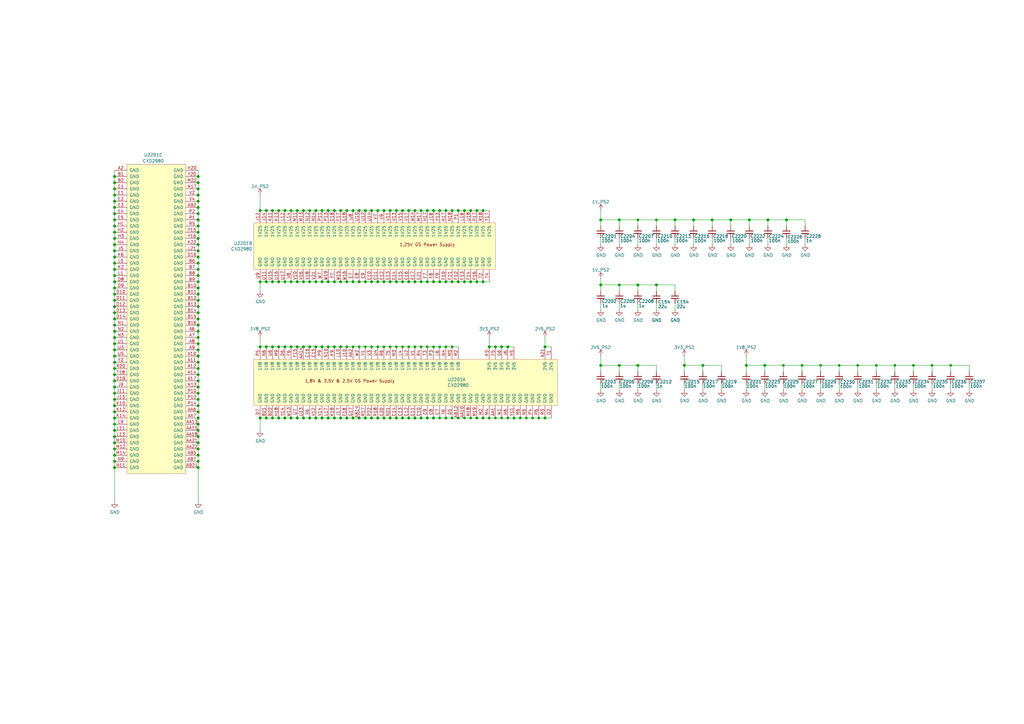
<source format=kicad_sch>
(kicad_sch (version 20230121) (generator eeschema)
  (paper "A3")
  (title_block (title "PS2 Graphics Synthesizer Power") (rev "0.3") (comment 5 "-a project by Tschicki"))
  (junction (at 185.42 142.24))
  (junction (at 121.92 86.36) (diameter 1.016))
  (junction (at 149.86 142.24))
  (junction (at 119.38 171.45) (diameter 1.016))
  (junction (at 46.99 95.25) (diameter 1.016))
  (junction (at 200.66 142.24) (diameter 1.016))
  (junction (at 198.12 86.36) (diameter 1.016))
  (junction (at 81.28 110.49) (diameter 1.016))
  (junction (at 81.28 184.15) (diameter 1.016))
  (junction (at 81.28 143.51) (diameter 1.016))
  (junction (at 46.99 161.29) (diameter 1.016))
  (junction (at 172.72 86.36) (diameter 1.016))
  (junction (at 157.48 142.24))
  (junction (at 336.55 149.86))
  (junction (at 210.82 171.45))
  (junction (at 109.22 86.36) (diameter 1.016))
  (junction (at 114.3 115.57) (diameter 1.016))
  (junction (at 81.28 80.01) (diameter 1.016))
  (junction (at 162.56 142.24))
  (junction (at 170.18 86.36) (diameter 1.016))
  (junction (at 46.99 184.15) (diameter 1.016))
  (junction (at 46.99 74.93) (diameter 1.016))
  (junction (at 175.26 115.57) (diameter 1.016))
  (junction (at 81.28 140.97) (diameter 1.016))
  (junction (at 149.86 86.36) (diameter 1.016))
  (junction (at 246.38 116.84) (diameter 1.016))
  (junction (at 147.32 171.45) (diameter 1.016))
  (junction (at 46.99 72.39) (diameter 1.016))
  (junction (at 81.28 173.99) (diameter 1.016))
  (junction (at 162.56 171.45) (diameter 1.016))
  (junction (at 170.18 142.24))
  (junction (at 129.54 115.57) (diameter 1.016))
  (junction (at 147.32 142.24))
  (junction (at 223.52 142.24) (diameter 1.016))
  (junction (at 190.5 115.57) (diameter 1.016))
  (junction (at 147.32 115.57) (diameter 1.016))
  (junction (at 220.98 171.45))
  (junction (at 306.07 149.86) (diameter 1.016))
  (junction (at 177.8 142.24))
  (junction (at 144.78 86.36) (diameter 1.016))
  (junction (at 160.02 115.57) (diameter 1.016))
  (junction (at 81.28 148.59) (diameter 1.016))
  (junction (at 344.17 149.86))
  (junction (at 193.04 171.45))
  (junction (at 81.28 95.25) (diameter 1.016))
  (junction (at 132.08 142.24) (diameter 1.016))
  (junction (at 165.1 86.36) (diameter 1.016))
  (junction (at 81.28 186.69) (diameter 1.016))
  (junction (at 142.24 171.45) (diameter 1.016))
  (junction (at 81.28 138.43) (diameter 1.016))
  (junction (at 269.24 116.84) (diameter 1.016))
  (junction (at 127 171.45) (diameter 1.016))
  (junction (at 185.42 171.45))
  (junction (at 121.92 115.57) (diameter 1.016))
  (junction (at 111.76 171.45) (diameter 1.016))
  (junction (at 81.28 176.53) (diameter 1.016))
  (junction (at 46.99 77.47) (diameter 1.016))
  (junction (at 81.28 120.65) (diameter 1.016))
  (junction (at 81.28 163.83) (diameter 1.016))
  (junction (at 154.94 142.24))
  (junction (at 124.46 171.45) (diameter 1.016))
  (junction (at 382.27 149.86))
  (junction (at 167.64 171.45) (diameter 1.016))
  (junction (at 46.99 118.11) (diameter 1.016))
  (junction (at 81.28 179.07) (diameter 1.016))
  (junction (at 193.04 115.57) (diameter 1.016))
  (junction (at 170.18 115.57) (diameter 1.016))
  (junction (at 203.2 142.24) (diameter 1.016))
  (junction (at 307.34 90.17) (diameter 1.016))
  (junction (at 165.1 171.45) (diameter 1.016))
  (junction (at 165.1 142.24))
  (junction (at 111.76 142.24) (diameter 1.016))
  (junction (at 124.46 115.57) (diameter 1.016))
  (junction (at 111.76 115.57) (diameter 1.016))
  (junction (at 46.99 168.91) (diameter 1.016))
  (junction (at 46.99 186.69) (diameter 1.016))
  (junction (at 180.34 115.57) (diameter 1.016))
  (junction (at 389.89 149.86))
  (junction (at 167.64 142.24))
  (junction (at 132.08 86.36) (diameter 1.016))
  (junction (at 81.28 77.47) (diameter 1.016))
  (junction (at 177.8 171.45) (diameter 1.016))
  (junction (at 81.28 133.35) (diameter 1.016))
  (junction (at 137.16 171.45) (diameter 1.016))
  (junction (at 81.28 102.87) (diameter 1.016))
  (junction (at 46.99 97.79) (diameter 1.016))
  (junction (at 116.84 142.24) (diameter 1.016))
  (junction (at 160.02 171.45) (diameter 1.016))
  (junction (at 81.28 153.67) (diameter 1.016))
  (junction (at 46.99 130.81) (diameter 1.016))
  (junction (at 106.68 115.57) (diameter 1.016))
  (junction (at 175.26 142.24))
  (junction (at 46.99 151.13) (diameter 1.016))
  (junction (at 46.99 128.27) (diameter 1.016))
  (junction (at 81.28 158.75) (diameter 1.016))
  (junction (at 81.28 92.71) (diameter 1.016))
  (junction (at 127 142.24) (diameter 1.016))
  (junction (at 160.02 86.36) (diameter 1.016))
  (junction (at 200.66 171.45))
  (junction (at 182.88 142.24))
  (junction (at 134.62 171.45) (diameter 1.016))
  (junction (at 121.92 142.24) (diameter 1.016))
  (junction (at 139.7 115.57) (diameter 1.016))
  (junction (at 182.88 86.36) (diameter 1.016))
  (junction (at 106.68 86.36) (diameter 1.016))
  (junction (at 205.74 142.24) (diameter 1.016))
  (junction (at 175.26 171.45) (diameter 1.016))
  (junction (at 46.99 158.75) (diameter 1.016))
  (junction (at 246.38 149.86) (diameter 1.016))
  (junction (at 124.46 142.24) (diameter 1.016))
  (junction (at 261.62 149.86) (diameter 1.016))
  (junction (at 46.99 148.59) (diameter 1.016))
  (junction (at 167.64 115.57) (diameter 1.016))
  (junction (at 81.28 166.37) (diameter 1.016))
  (junction (at 185.42 115.57) (diameter 1.016))
  (junction (at 106.68 171.45) (diameter 1.016))
  (junction (at 254 149.86) (diameter 1.016))
  (junction (at 198.12 115.57) (diameter 1.016))
  (junction (at 190.5 171.45))
  (junction (at 172.72 115.57) (diameter 1.016))
  (junction (at 137.16 86.36) (diameter 1.016))
  (junction (at 144.78 171.45) (diameter 1.016))
  (junction (at 367.03 149.86))
  (junction (at 81.28 100.33) (diameter 1.016))
  (junction (at 81.28 125.73) (diameter 1.016))
  (junction (at 121.92 171.45) (diameter 1.016))
  (junction (at 46.99 100.33) (diameter 1.016))
  (junction (at 152.4 142.24))
  (junction (at 195.58 115.57) (diameter 1.016))
  (junction (at 129.54 142.24) (diameter 1.016))
  (junction (at 254 116.84) (diameter 1.016))
  (junction (at 299.72 90.17) (diameter 1.016))
  (junction (at 119.38 115.57) (diameter 1.016))
  (junction (at 132.08 171.45) (diameter 1.016))
  (junction (at 149.86 171.45) (diameter 1.016))
  (junction (at 46.99 146.05) (diameter 1.016))
  (junction (at 46.99 105.41) (diameter 1.016))
  (junction (at 116.84 86.36) (diameter 1.016))
  (junction (at 81.28 128.27) (diameter 1.016))
  (junction (at 109.22 171.45) (diameter 1.016))
  (junction (at 81.28 87.63) (diameter 1.016))
  (junction (at 292.1 90.17) (diameter 1.016))
  (junction (at 116.84 171.45) (diameter 1.016))
  (junction (at 81.28 171.45) (diameter 1.016))
  (junction (at 162.56 115.57) (diameter 1.016))
  (junction (at 142.24 115.57) (diameter 1.016))
  (junction (at 322.58 90.17) (diameter 1.016))
  (junction (at 167.64 86.36) (diameter 1.016))
  (junction (at 119.38 86.36) (diameter 1.016))
  (junction (at 46.99 191.77) (diameter 1.016))
  (junction (at 81.28 74.93) (diameter 1.016))
  (junction (at 46.99 173.99) (diameter 1.016))
  (junction (at 288.29 149.86) (diameter 1.016))
  (junction (at 205.74 171.45))
  (junction (at 160.02 142.24))
  (junction (at 46.99 166.37) (diameter 1.016))
  (junction (at 175.26 86.36) (diameter 1.016))
  (junction (at 111.76 86.36) (diameter 1.016))
  (junction (at 46.99 90.17) (diameter 1.016))
  (junction (at 208.28 171.45))
  (junction (at 46.99 107.95) (diameter 1.016))
  (junction (at 177.8 86.36) (diameter 1.016))
  (junction (at 180.34 142.24))
  (junction (at 195.58 171.45))
  (junction (at 276.86 90.17) (diameter 1.016))
  (junction (at 185.42 86.36) (diameter 1.016))
  (junction (at 208.28 142.24) (diameter 1.016))
  (junction (at 328.93 149.86))
  (junction (at 81.28 191.77) (diameter 1.016))
  (junction (at 172.72 142.24))
  (junction (at 114.3 171.45) (diameter 1.016))
  (junction (at 172.72 171.45) (diameter 1.016))
  (junction (at 190.5 86.36) (diameter 1.016))
  (junction (at 46.99 125.73) (diameter 1.016))
  (junction (at 109.22 115.57) (diameter 1.016))
  (junction (at 139.7 142.24) (diameter 1.016))
  (junction (at 119.38 142.24) (diameter 1.016))
  (junction (at 193.04 86.36) (diameter 1.016))
  (junction (at 81.28 130.81) (diameter 1.016))
  (junction (at 269.24 90.17))
  (junction (at 223.52 171.45))
  (junction (at 137.16 115.57) (diameter 1.016))
  (junction (at 129.54 86.36) (diameter 1.016))
  (junction (at 187.96 171.45))
  (junction (at 81.28 156.21) (diameter 1.016))
  (junction (at 152.4 115.57) (diameter 1.016))
  (junction (at 46.99 176.53) (diameter 1.016))
  (junction (at 81.28 161.29) (diameter 1.016))
  (junction (at 134.62 86.36) (diameter 1.016))
  (junction (at 46.99 110.49) (diameter 1.016))
  (junction (at 203.2 171.45))
  (junction (at 129.54 171.45) (diameter 1.016))
  (junction (at 359.41 149.86))
  (junction (at 81.28 72.39) (diameter 1.016))
  (junction (at 46.99 135.89) (diameter 1.016))
  (junction (at 81.28 151.13) (diameter 1.016))
  (junction (at 81.28 189.23) (diameter 1.016))
  (junction (at 144.78 142.24))
  (junction (at 134.62 115.57) (diameter 1.016))
  (junction (at 81.28 135.89) (diameter 1.016))
  (junction (at 81.28 107.95) (diameter 1.016))
  (junction (at 81.28 168.91) (diameter 1.016))
  (junction (at 321.31 149.86))
  (junction (at 132.08 115.57) (diameter 1.016))
  (junction (at 46.99 138.43) (diameter 1.016))
  (junction (at 46.99 179.07) (diameter 1.016))
  (junction (at 46.99 87.63) (diameter 1.016))
  (junction (at 218.44 171.45))
  (junction (at 46.99 120.65) (diameter 1.016))
  (junction (at 246.38 90.17) (diameter 1.016))
  (junction (at 139.7 86.36) (diameter 1.016))
  (junction (at 127 86.36) (diameter 1.016))
  (junction (at 46.99 85.09) (diameter 1.016))
  (junction (at 313.69 149.86) (diameter 1.016))
  (junction (at 261.62 90.17))
  (junction (at 314.96 90.17) (diameter 1.016))
  (junction (at 149.86 115.57) (diameter 1.016))
  (junction (at 374.65 149.86))
  (junction (at 154.94 115.57) (diameter 1.016))
  (junction (at 182.88 115.57) (diameter 1.016))
  (junction (at 147.32 86.36) (diameter 1.016))
  (junction (at 46.99 82.55) (diameter 1.016))
  (junction (at 46.99 171.45) (diameter 1.016))
  (junction (at 195.58 86.36) (diameter 1.016))
  (junction (at 46.99 102.87) (diameter 1.016))
  (junction (at 154.94 86.36) (diameter 1.016))
  (junction (at 46.99 115.57) (diameter 1.016))
  (junction (at 137.16 142.24) (diameter 1.016))
  (junction (at 139.7 171.45) (diameter 1.016))
  (junction (at 284.48 90.17) (diameter 1.016))
  (junction (at 106.68 142.24) (diameter 1.016))
  (junction (at 170.18 171.45) (diameter 1.016))
  (junction (at 116.84 115.57) (diameter 1.016))
  (junction (at 46.99 163.83) (diameter 1.016))
  (junction (at 180.34 86.36) (diameter 1.016))
  (junction (at 81.28 90.17) (diameter 1.016))
  (junction (at 109.22 142.24) (diameter 1.016))
  (junction (at 165.1 115.57) (diameter 1.016))
  (junction (at 46.99 181.61) (diameter 1.016))
  (junction (at 46.99 133.35) (diameter 1.016))
  (junction (at 46.99 123.19) (diameter 1.016))
  (junction (at 46.99 113.03) (diameter 1.016))
  (junction (at 81.28 123.19) (diameter 1.016))
  (junction (at 81.28 146.05) (diameter 1.016))
  (junction (at 180.34 171.45))
  (junction (at 152.4 171.45) (diameter 1.016))
  (junction (at 280.67 149.86) (diameter 1.016))
  (junction (at 46.99 153.67) (diameter 1.016))
  (junction (at 154.94 171.45) (diameter 1.016))
  (junction (at 142.24 142.24))
  (junction (at 261.62 116.84) (diameter 1.016))
  (junction (at 127 115.57) (diameter 1.016))
  (junction (at 114.3 142.24) (diameter 1.016))
  (junction (at 81.28 85.09) (diameter 1.016))
  (junction (at 157.48 171.45) (diameter 1.016))
  (junction (at 81.28 97.79) (diameter 1.016))
  (junction (at 187.96 86.36) (diameter 1.016))
  (junction (at 134.62 142.24) (diameter 1.016))
  (junction (at 187.96 115.57) (diameter 1.016))
  (junction (at 81.28 113.03) (diameter 1.016))
  (junction (at 46.99 140.97) (diameter 1.016))
  (junction (at 81.28 118.11) (diameter 1.016))
  (junction (at 152.4 86.36) (diameter 1.016))
  (junction (at 215.9 171.45))
  (junction (at 81.28 181.61) (diameter 1.016))
  (junction (at 351.79 149.86))
  (junction (at 46.99 143.51) (diameter 1.016))
  (junction (at 157.48 115.57) (diameter 1.016))
  (junction (at 46.99 189.23) (diameter 1.016))
  (junction (at 114.3 86.36) (diameter 1.016))
  (junction (at 81.28 105.41) (diameter 1.016))
  (junction (at 198.12 171.45))
  (junction (at 254 90.17) (diameter 1.016))
  (junction (at 124.46 86.36) (diameter 1.016))
  (junction (at 144.78 115.57) (diameter 1.016))
  (junction (at 157.48 86.36) (diameter 1.016))
  (junction (at 142.24 86.36) (diameter 1.016))
  (junction (at 213.36 171.45))
  (junction (at 162.56 86.36) (diameter 1.016))
  (junction (at 46.99 92.71) (diameter 1.016))
  (junction (at 81.28 82.55) (diameter 1.016))
  (junction (at 46.99 80.01) (diameter 1.016))
  (junction (at 81.28 115.57) (diameter 1.016))
  (junction (at 46.99 156.21) (diameter 1.016))
  (junction (at 177.8 115.57) (diameter 1.016))
  (junction (at 182.88 171.45))
  (wire (pts (xy 46.99 191.77) (xy 46.99 205.74)))
  (wire (pts (xy 114.3 86.36) (xy 116.84 86.36)))
  (wire (pts (xy 321.31 157.48) (xy 321.31 160.02)))
  (wire (pts (xy 81.28 87.63) (xy 81.28 90.17)))
  (wire (pts (xy 106.68 115.57) (xy 109.22 115.57)))
  (wire (pts (xy 314.96 90.17) (xy 314.96 92.71)))
  (wire (pts (xy 81.28 97.79) (xy 81.28 100.33)))
  (wire (pts (xy 139.7 86.36) (xy 142.24 86.36)))
  (wire (pts (xy 205.74 171.45) (xy 208.28 171.45)))
  (wire (pts (xy 139.7 171.45) (xy 142.24 171.45)))
  (wire (pts (xy 280.67 157.48) (xy 280.67 160.02)))
  (wire (pts (xy 46.99 113.03) (xy 46.99 115.57)))
  (wire (pts (xy 46.99 95.25) (xy 46.99 97.79)))
  (wire (pts (xy 121.92 142.24) (xy 124.46 142.24)))
  (wire (pts (xy 246.38 146.05) (xy 246.38 149.86)))
  (wire (pts (xy 160.02 171.45) (xy 162.56 171.45)))
  (wire (pts (xy 254 124.46) (xy 254 127)))
  (wire (pts (xy 81.28 189.23) (xy 81.28 191.77)))
  (wire (pts (xy 119.38 171.45) (xy 121.92 171.45)))
  (wire (pts (xy 149.86 142.24) (xy 152.4 142.24)))
  (wire (pts (xy 81.28 191.77) (xy 81.28 205.74)))
  (wire (pts (xy 276.86 116.84) (xy 276.86 119.38)))
  (wire (pts (xy 261.62 97.79) (xy 261.62 100.33)))
  (wire (pts (xy 167.64 115.57) (xy 170.18 115.57)))
  (wire (pts (xy 288.29 157.48) (xy 288.29 160.02)))
  (wire (pts (xy 46.99 87.63) (xy 46.99 90.17)))
  (wire (pts (xy 46.99 82.55) (xy 46.99 85.09)))
  (wire (pts (xy 114.3 171.45) (xy 116.84 171.45)))
  (wire (pts (xy 170.18 142.24) (xy 172.72 142.24)))
  (wire (pts (xy 306.07 149.86) (xy 313.69 149.86)))
  (wire (pts (xy 127 171.45) (xy 129.54 171.45)))
  (wire (pts (xy 121.92 86.36) (xy 124.46 86.36)))
  (wire (pts (xy 81.28 171.45) (xy 81.28 173.99)))
  (wire (pts (xy 81.28 151.13) (xy 81.28 153.67)))
  (wire (pts (xy 261.62 124.46) (xy 261.62 127)))
  (wire (pts (xy 200.66 142.24) (xy 203.2 142.24)))
  (wire (pts (xy 182.88 115.57) (xy 185.42 115.57)))
  (wire (pts (xy 157.48 86.36) (xy 160.02 86.36)))
  (wire (pts (xy 292.1 90.17) (xy 299.72 90.17)))
  (wire (pts (xy 116.84 86.36) (xy 119.38 86.36)))
  (wire (pts (xy 121.92 171.45) (xy 124.46 171.45)))
  (wire (pts (xy 154.94 86.36) (xy 157.48 86.36)))
  (wire (pts (xy 134.62 86.36) (xy 137.16 86.36)))
  (wire (pts (xy 46.99 146.05) (xy 46.99 148.59)))
  (wire (pts (xy 129.54 142.24) (xy 132.08 142.24)))
  (wire (pts (xy 190.5 171.45) (xy 193.04 171.45)))
  (wire (pts (xy 137.16 86.36) (xy 139.7 86.36)))
  (wire (pts (xy 119.38 142.24) (xy 121.92 142.24)))
  (wire (pts (xy 46.99 130.81) (xy 46.99 133.35)))
  (wire (pts (xy 246.38 92.71) (xy 246.38 90.17)))
  (wire (pts (xy 152.4 171.45) (xy 154.94 171.45)))
  (wire (pts (xy 152.4 86.36) (xy 154.94 86.36)))
  (wire (pts (xy 144.78 171.45) (xy 147.32 171.45)))
  (wire (pts (xy 193.04 171.45) (xy 195.58 171.45)))
  (wire (pts (xy 46.99 72.39) (xy 46.99 74.93)))
  (wire (pts (xy 276.86 90.17) (xy 284.48 90.17)))
  (wire (pts (xy 137.16 171.45) (xy 139.7 171.45)))
  (wire (pts (xy 172.72 86.36) (xy 175.26 86.36)))
  (wire (pts (xy 344.17 149.86) (xy 336.55 149.86)))
  (wire (pts (xy 81.28 110.49) (xy 81.28 113.03)))
  (wire (pts (xy 246.38 119.38) (xy 246.38 116.84)))
  (wire (pts (xy 81.28 173.99) (xy 81.28 176.53)))
  (wire (pts (xy 180.34 86.36) (xy 182.88 86.36)))
  (wire (pts (xy 213.36 171.45) (xy 215.9 171.45)))
  (wire (pts (xy 269.24 149.86) (xy 269.24 152.4)))
  (wire (pts (xy 295.91 149.86) (xy 295.91 152.4)))
  (wire (pts (xy 46.99 189.23) (xy 46.99 191.77)))
  (wire (pts (xy 382.27 157.48) (xy 382.27 160.02)))
  (wire (pts (xy 46.99 156.21) (xy 46.99 158.75)))
  (wire (pts (xy 306.07 146.05) (xy 306.07 149.86)))
  (wire (pts (xy 111.76 142.24) (xy 114.3 142.24)))
  (wire (pts (xy 81.28 130.81) (xy 81.28 133.35)))
  (wire (pts (xy 46.99 135.89) (xy 46.99 138.43)))
  (wire (pts (xy 330.2 90.17) (xy 330.2 92.71)))
  (wire (pts (xy 116.84 171.45) (xy 119.38 171.45)))
  (wire (pts (xy 280.67 149.86) (xy 288.29 149.86)))
  (wire (pts (xy 124.46 86.36) (xy 127 86.36)))
  (wire (pts (xy 46.99 168.91) (xy 46.99 171.45)))
  (wire (pts (xy 205.74 142.24) (xy 208.28 142.24)))
  (wire (pts (xy 246.38 124.46) (xy 246.38 127)))
  (wire (pts (xy 261.62 116.84) (xy 269.24 116.84)))
  (wire (pts (xy 187.96 86.36) (xy 190.5 86.36)))
  (wire (pts (xy 185.42 142.24) (xy 187.96 142.24)))
  (wire (pts (xy 261.62 116.84) (xy 261.62 119.38)))
  (wire (pts (xy 182.88 86.36) (xy 185.42 86.36)))
  (wire (pts (xy 154.94 171.45) (xy 157.48 171.45)))
  (wire (pts (xy 157.48 142.24) (xy 160.02 142.24)))
  (wire (pts (xy 46.99 173.99) (xy 46.99 176.53)))
  (wire (pts (xy 397.51 149.86) (xy 397.51 152.4)))
  (wire (pts (xy 81.28 105.41) (xy 81.28 107.95)))
  (wire (pts (xy 81.28 100.33) (xy 81.28 102.87)))
  (wire (pts (xy 106.68 142.24) (xy 109.22 142.24)))
  (wire (pts (xy 280.67 152.4) (xy 280.67 149.86)))
  (wire (pts (xy 276.86 90.17) (xy 276.86 92.71)))
  (wire (pts (xy 382.27 149.86) (xy 389.89 149.86)))
  (wire (pts (xy 374.65 149.86) (xy 374.65 152.4)))
  (wire (pts (xy 261.62 157.48) (xy 261.62 160.02)))
  (wire (pts (xy 132.08 115.57) (xy 134.62 115.57)))
  (wire (pts (xy 295.91 157.48) (xy 295.91 160.02)))
  (wire (pts (xy 223.52 138.43) (xy 223.52 142.24)))
  (wire (pts (xy 321.31 149.86) (xy 321.31 152.4)))
  (wire (pts (xy 132.08 142.24) (xy 134.62 142.24)))
  (wire (pts (xy 106.68 115.57) (xy 106.68 119.38)))
  (wire (pts (xy 200.66 138.43) (xy 200.66 142.24)))
  (wire (pts (xy 160.02 115.57) (xy 162.56 115.57)))
  (wire (pts (xy 359.41 149.86) (xy 359.41 152.4)))
  (wire (pts (xy 46.99 123.19) (xy 46.99 125.73)))
  (wire (pts (xy 127 115.57) (xy 129.54 115.57)))
  (wire (pts (xy 147.32 86.36) (xy 149.86 86.36)))
  (wire (pts (xy 269.24 116.84) (xy 276.86 116.84)))
  (wire (pts (xy 81.28 153.67) (xy 81.28 156.21)))
  (wire (pts (xy 129.54 171.45) (xy 132.08 171.45)))
  (wire (pts (xy 314.96 97.79) (xy 314.96 100.33)))
  (wire (pts (xy 154.94 142.24) (xy 157.48 142.24)))
  (wire (pts (xy 246.38 116.84) (xy 254 116.84)))
  (wire (pts (xy 81.28 140.97) (xy 81.28 143.51)))
  (wire (pts (xy 162.56 115.57) (xy 165.1 115.57)))
  (wire (pts (xy 177.8 115.57) (xy 180.34 115.57)))
  (wire (pts (xy 397.51 157.48) (xy 397.51 160.02)))
  (wire (pts (xy 81.28 123.19) (xy 81.28 125.73)))
  (wire (pts (xy 322.58 90.17) (xy 322.58 92.71)))
  (wire (pts (xy 175.26 171.45) (xy 177.8 171.45)))
  (wire (pts (xy 46.99 186.69) (xy 46.99 189.23)))
  (wire (pts (xy 313.69 157.48) (xy 313.69 160.02)))
  (wire (pts (xy 246.38 90.17) (xy 254 90.17)))
  (wire (pts (xy 292.1 90.17) (xy 292.1 92.71)))
  (wire (pts (xy 149.86 86.36) (xy 152.4 86.36)))
  (wire (pts (xy 46.99 80.01) (xy 46.99 82.55)))
  (wire (pts (xy 116.84 115.57) (xy 119.38 115.57)))
  (wire (pts (xy 81.28 166.37) (xy 81.28 168.91)))
  (wire (pts (xy 203.2 171.45) (xy 205.74 171.45)))
  (wire (pts (xy 195.58 171.45) (xy 198.12 171.45)))
  (wire (pts (xy 344.17 152.4) (xy 344.17 149.86)))
  (wire (pts (xy 81.28 133.35) (xy 81.28 135.89)))
  (wire (pts (xy 190.5 86.36) (xy 193.04 86.36)))
  (wire (pts (xy 142.24 171.45) (xy 144.78 171.45)))
  (wire (pts (xy 254 116.84) (xy 254 119.38)))
  (wire (pts (xy 254 149.86) (xy 261.62 149.86)))
  (wire (pts (xy 106.68 171.45) (xy 109.22 171.45)))
  (wire (pts (xy 81.28 181.61) (xy 81.28 184.15)))
  (wire (pts (xy 152.4 142.24) (xy 154.94 142.24)))
  (wire (pts (xy 116.84 142.24) (xy 119.38 142.24)))
  (wire (pts (xy 185.42 86.36) (xy 187.96 86.36)))
  (wire (pts (xy 322.58 90.17) (xy 330.2 90.17)))
  (wire (pts (xy 81.28 176.53) (xy 81.28 179.07)))
  (wire (pts (xy 157.48 171.45) (xy 160.02 171.45)))
  (wire (pts (xy 313.69 149.86) (xy 321.31 149.86)))
  (wire (pts (xy 280.67 146.05) (xy 280.67 149.86)))
  (wire (pts (xy 187.96 171.45) (xy 190.5 171.45)))
  (wire (pts (xy 46.99 181.61) (xy 46.99 184.15)))
  (wire (pts (xy 142.24 142.24) (xy 144.78 142.24)))
  (wire (pts (xy 81.28 107.95) (xy 81.28 110.49)))
  (wire (pts (xy 328.93 157.48) (xy 328.93 160.02)))
  (wire (pts (xy 137.16 142.24) (xy 139.7 142.24)))
  (wire (pts (xy 109.22 115.57) (xy 111.76 115.57)))
  (wire (pts (xy 254 90.17) (xy 254 92.71)))
  (wire (pts (xy 367.03 157.48) (xy 367.03 160.02)))
  (wire (pts (xy 210.82 171.45) (xy 213.36 171.45)))
  (wire (pts (xy 208.28 171.45) (xy 210.82 171.45)))
  (wire (pts (xy 313.69 149.86) (xy 313.69 152.4)))
  (wire (pts (xy 46.99 97.79) (xy 46.99 100.33)))
  (wire (pts (xy 261.62 90.17) (xy 261.62 92.71)))
  (wire (pts (xy 172.72 115.57) (xy 175.26 115.57)))
  (wire (pts (xy 367.03 149.86) (xy 374.65 149.86)))
  (wire (pts (xy 175.26 142.24) (xy 177.8 142.24)))
  (wire (pts (xy 170.18 115.57) (xy 172.72 115.57)))
  (wire (pts (xy 336.55 149.86) (xy 336.55 152.4)))
  (wire (pts (xy 336.55 157.48) (xy 336.55 160.02)))
  (wire (pts (xy 185.42 171.45) (xy 187.96 171.45)))
  (wire (pts (xy 306.07 157.48) (xy 306.07 160.02)))
  (wire (pts (xy 46.99 179.07) (xy 46.99 181.61)))
  (wire (pts (xy 374.65 149.86) (xy 382.27 149.86)))
  (wire (pts (xy 288.29 149.86) (xy 288.29 152.4)))
  (wire (pts (xy 269.24 90.17) (xy 269.24 92.71)))
  (wire (pts (xy 114.3 115.57) (xy 116.84 115.57)))
  (wire (pts (xy 81.28 113.03) (xy 81.28 115.57)))
  (wire (pts (xy 81.28 74.93) (xy 81.28 77.47)))
  (wire (pts (xy 165.1 171.45) (xy 167.64 171.45)))
  (wire (pts (xy 198.12 86.36) (xy 200.66 86.36)))
  (wire (pts (xy 46.99 176.53) (xy 46.99 179.07)))
  (wire (pts (xy 160.02 86.36) (xy 162.56 86.36)))
  (wire (pts (xy 134.62 142.24) (xy 137.16 142.24)))
  (wire (pts (xy 299.72 97.79) (xy 299.72 100.33)))
  (wire (pts (xy 124.46 115.57) (xy 127 115.57)))
  (wire (pts (xy 254 157.48) (xy 254 160.02)))
  (wire (pts (xy 46.99 171.45) (xy 46.99 173.99)))
  (wire (pts (xy 215.9 171.45) (xy 218.44 171.45)))
  (wire (pts (xy 46.99 151.13) (xy 46.99 153.67)))
  (wire (pts (xy 46.99 90.17) (xy 46.99 92.71)))
  (wire (pts (xy 152.4 115.57) (xy 154.94 115.57)))
  (wire (pts (xy 46.99 120.65) (xy 46.99 123.19)))
  (wire (pts (xy 254 97.79) (xy 254 100.33)))
  (wire (pts (xy 367.03 149.86) (xy 367.03 152.4)))
  (wire (pts (xy 175.26 86.36) (xy 177.8 86.36)))
  (wire (pts (xy 127 142.24) (xy 129.54 142.24)))
  (wire (pts (xy 195.58 115.57) (xy 198.12 115.57)))
  (wire (pts (xy 109.22 171.45) (xy 111.76 171.45)))
  (wire (pts (xy 172.72 142.24) (xy 175.26 142.24)))
  (wire (pts (xy 185.42 115.57) (xy 187.96 115.57)))
  (wire (pts (xy 124.46 142.24) (xy 127 142.24)))
  (wire (pts (xy 180.34 171.45) (xy 182.88 171.45)))
  (wire (pts (xy 328.93 149.86) (xy 321.31 149.86)))
  (wire (pts (xy 81.28 163.83) (xy 81.28 166.37)))
  (wire (pts (xy 46.99 102.87) (xy 46.99 105.41)))
  (wire (pts (xy 284.48 97.79) (xy 284.48 100.33)))
  (wire (pts (xy 46.99 77.47) (xy 46.99 80.01)))
  (wire (pts (xy 46.99 92.71) (xy 46.99 95.25)))
  (wire (pts (xy 134.62 171.45) (xy 137.16 171.45)))
  (wire (pts (xy 109.22 86.36) (xy 111.76 86.36)))
  (wire (pts (xy 246.38 149.86) (xy 254 149.86)))
  (wire (pts (xy 81.28 179.07) (xy 81.28 181.61)))
  (wire (pts (xy 81.28 125.73) (xy 81.28 128.27)))
  (wire (pts (xy 81.28 148.59) (xy 81.28 151.13)))
  (wire (pts (xy 46.99 148.59) (xy 46.99 151.13)))
  (wire (pts (xy 81.28 72.39) (xy 81.28 74.93)))
  (wire (pts (xy 198.12 115.57) (xy 200.66 115.57)))
  (wire (pts (xy 195.58 86.36) (xy 198.12 86.36)))
  (wire (pts (xy 359.41 149.86) (xy 367.03 149.86)))
  (wire (pts (xy 81.28 118.11) (xy 81.28 120.65)))
  (wire (pts (xy 81.28 186.69) (xy 81.28 189.23)))
  (wire (pts (xy 81.28 158.75) (xy 81.28 161.29)))
  (wire (pts (xy 81.28 168.91) (xy 81.28 171.45)))
  (wire (pts (xy 109.22 142.24) (xy 111.76 142.24)))
  (wire (pts (xy 46.99 105.41) (xy 46.99 107.95)))
  (wire (pts (xy 162.56 86.36) (xy 165.1 86.36)))
  (wire (pts (xy 193.04 115.57) (xy 195.58 115.57)))
  (wire (pts (xy 157.48 115.57) (xy 160.02 115.57)))
  (wire (pts (xy 177.8 171.45) (xy 180.34 171.45)))
  (wire (pts (xy 180.34 115.57) (xy 182.88 115.57)))
  (wire (pts (xy 160.02 142.24) (xy 162.56 142.24)))
  (wire (pts (xy 269.24 124.46) (xy 269.24 127)))
  (wire (pts (xy 147.32 171.45) (xy 149.86 171.45)))
  (wire (pts (xy 269.24 90.17) (xy 276.86 90.17)))
  (wire (pts (xy 81.28 128.27) (xy 81.28 130.81)))
  (wire (pts (xy 198.12 171.45) (xy 200.66 171.45)))
  (wire (pts (xy 269.24 157.48) (xy 269.24 160.02)))
  (wire (pts (xy 46.99 128.27) (xy 46.99 130.81)))
  (wire (pts (xy 129.54 86.36) (xy 132.08 86.36)))
  (wire (pts (xy 106.68 138.43) (xy 106.68 142.24)))
  (wire (pts (xy 106.68 171.45) (xy 106.68 176.53)))
  (wire (pts (xy 46.99 74.93) (xy 46.99 77.47)))
  (wire (pts (xy 180.34 142.24) (xy 182.88 142.24)))
  (wire (pts (xy 127 86.36) (xy 129.54 86.36)))
  (wire (pts (xy 81.28 69.85) (xy 81.28 72.39)))
  (wire (pts (xy 165.1 142.24) (xy 167.64 142.24)))
  (wire (pts (xy 81.28 138.43) (xy 81.28 140.97)))
  (wire (pts (xy 389.89 157.48) (xy 389.89 160.02)))
  (wire (pts (xy 142.24 86.36) (xy 144.78 86.36)))
  (wire (pts (xy 139.7 142.24) (xy 142.24 142.24)))
  (wire (pts (xy 144.78 86.36) (xy 147.32 86.36)))
  (wire (pts (xy 246.38 114.3) (xy 246.38 116.84)))
  (wire (pts (xy 344.17 149.86) (xy 351.79 149.86)))
  (wire (pts (xy 106.68 80.01) (xy 106.68 86.36)))
  (wire (pts (xy 175.26 115.57) (xy 177.8 115.57)))
  (wire (pts (xy 307.34 90.17) (xy 314.96 90.17)))
  (wire (pts (xy 382.27 149.86) (xy 382.27 152.4)))
  (wire (pts (xy 306.07 152.4) (xy 306.07 149.86)))
  (wire (pts (xy 167.64 86.36) (xy 170.18 86.36)))
  (wire (pts (xy 137.16 115.57) (xy 139.7 115.57)))
  (wire (pts (xy 46.99 153.67) (xy 46.99 156.21)))
  (wire (pts (xy 208.28 142.24) (xy 210.82 142.24)))
  (wire (pts (xy 46.99 69.85) (xy 46.99 72.39)))
  (wire (pts (xy 149.86 115.57) (xy 152.4 115.57)))
  (wire (pts (xy 154.94 115.57) (xy 157.48 115.57)))
  (wire (pts (xy 389.89 149.86) (xy 397.51 149.86)))
  (wire (pts (xy 81.28 161.29) (xy 81.28 163.83)))
  (wire (pts (xy 246.38 97.79) (xy 246.38 100.33)))
  (wire (pts (xy 314.96 90.17) (xy 322.58 90.17)))
  (wire (pts (xy 167.64 171.45) (xy 170.18 171.45)))
  (wire (pts (xy 162.56 171.45) (xy 165.1 171.45)))
  (wire (pts (xy 147.32 142.24) (xy 149.86 142.24)))
  (wire (pts (xy 292.1 97.79) (xy 292.1 100.33)))
  (wire (pts (xy 165.1 115.57) (xy 167.64 115.57)))
  (wire (pts (xy 46.99 100.33) (xy 46.99 102.87)))
  (wire (pts (xy 328.93 149.86) (xy 328.93 152.4)))
  (wire (pts (xy 134.62 115.57) (xy 137.16 115.57)))
  (wire (pts (xy 139.7 115.57) (xy 142.24 115.57)))
  (wire (pts (xy 111.76 86.36) (xy 114.3 86.36)))
  (wire (pts (xy 261.62 149.86) (xy 261.62 152.4)))
  (wire (pts (xy 46.99 140.97) (xy 46.99 143.51)))
  (wire (pts (xy 182.88 171.45) (xy 185.42 171.45)))
  (wire (pts (xy 46.99 85.09) (xy 46.99 87.63)))
  (wire (pts (xy 218.44 171.45) (xy 220.98 171.45)))
  (wire (pts (xy 119.38 86.36) (xy 121.92 86.36)))
  (wire (pts (xy 223.52 171.45) (xy 226.06 171.45)))
  (wire (pts (xy 193.04 86.36) (xy 195.58 86.36)))
  (wire (pts (xy 132.08 171.45) (xy 134.62 171.45)))
  (wire (pts (xy 190.5 115.57) (xy 193.04 115.57)))
  (wire (pts (xy 322.58 97.79) (xy 322.58 100.33)))
  (wire (pts (xy 81.28 82.55) (xy 81.28 85.09)))
  (wire (pts (xy 81.28 156.21) (xy 81.28 158.75)))
  (wire (pts (xy 111.76 171.45) (xy 114.3 171.45)))
  (wire (pts (xy 276.86 124.46) (xy 276.86 127)))
  (wire (pts (xy 46.99 115.57) (xy 46.99 118.11)))
  (wire (pts (xy 81.28 77.47) (xy 81.28 80.01)))
  (wire (pts (xy 254 149.86) (xy 254 152.4)))
  (wire (pts (xy 167.64 142.24) (xy 170.18 142.24)))
  (wire (pts (xy 124.46 171.45) (xy 127 171.45)))
  (wire (pts (xy 203.2 142.24) (xy 205.74 142.24)))
  (wire (pts (xy 142.24 115.57) (xy 144.78 115.57)))
  (wire (pts (xy 81.28 120.65) (xy 81.28 123.19)))
  (wire (pts (xy 162.56 142.24) (xy 165.1 142.24)))
  (wire (pts (xy 170.18 171.45) (xy 172.72 171.45)))
  (wire (pts (xy 114.3 142.24) (xy 116.84 142.24)))
  (wire (pts (xy 81.28 135.89) (xy 81.28 138.43)))
  (wire (pts (xy 269.24 97.79) (xy 269.24 100.33)))
  (wire (pts (xy 46.99 133.35) (xy 46.99 135.89)))
  (wire (pts (xy 46.99 125.73) (xy 46.99 128.27)))
  (wire (pts (xy 269.24 116.84) (xy 269.24 119.38)))
  (wire (pts (xy 389.89 149.86) (xy 389.89 152.4)))
  (wire (pts (xy 246.38 86.36) (xy 246.38 90.17)))
  (wire (pts (xy 81.28 85.09) (xy 81.28 87.63)))
  (wire (pts (xy 81.28 143.51) (xy 81.28 146.05)))
  (wire (pts (xy 374.65 157.48) (xy 374.65 160.02)))
  (wire (pts (xy 254 90.17) (xy 261.62 90.17)))
  (wire (pts (xy 81.28 80.01) (xy 81.28 82.55)))
  (wire (pts (xy 288.29 149.86) (xy 295.91 149.86)))
  (wire (pts (xy 147.32 115.57) (xy 149.86 115.57)))
  (wire (pts (xy 351.79 149.86) (xy 351.79 152.4)))
  (wire (pts (xy 165.1 86.36) (xy 167.64 86.36)))
  (wire (pts (xy 106.68 86.36) (xy 109.22 86.36)))
  (wire (pts (xy 81.28 102.87) (xy 81.28 105.41)))
  (wire (pts (xy 121.92 115.57) (xy 124.46 115.57)))
  (wire (pts (xy 111.76 115.57) (xy 114.3 115.57)))
  (wire (pts (xy 46.99 107.95) (xy 46.99 110.49)))
  (wire (pts (xy 307.34 90.17) (xy 307.34 92.71)))
  (wire (pts (xy 81.28 92.71) (xy 81.28 95.25)))
  (wire (pts (xy 144.78 142.24) (xy 147.32 142.24)))
  (wire (pts (xy 344.17 157.48) (xy 344.17 160.02)))
  (wire (pts (xy 149.86 171.45) (xy 152.4 171.45)))
  (wire (pts (xy 46.99 163.83) (xy 46.99 166.37)))
  (wire (pts (xy 336.55 149.86) (xy 328.93 149.86)))
  (wire (pts (xy 172.72 171.45) (xy 175.26 171.45)))
  (wire (pts (xy 187.96 115.57) (xy 190.5 115.57)))
  (wire (pts (xy 177.8 142.24) (xy 180.34 142.24)))
  (wire (pts (xy 81.28 115.57) (xy 81.28 118.11)))
  (wire (pts (xy 284.48 90.17) (xy 284.48 92.71)))
  (wire (pts (xy 246.38 152.4) (xy 246.38 149.86)))
  (wire (pts (xy 46.99 158.75) (xy 46.99 161.29)))
  (wire (pts (xy 81.28 95.25) (xy 81.28 97.79)))
  (wire (pts (xy 359.41 157.48) (xy 359.41 160.02)))
  (wire (pts (xy 254 116.84) (xy 261.62 116.84)))
  (wire (pts (xy 276.86 97.79) (xy 276.86 100.33)))
  (wire (pts (xy 46.99 184.15) (xy 46.99 186.69)))
  (wire (pts (xy 81.28 184.15) (xy 81.28 186.69)))
  (wire (pts (xy 223.52 142.24) (xy 226.06 142.24)))
  (wire (pts (xy 284.48 90.17) (xy 292.1 90.17)))
  (wire (pts (xy 132.08 86.36) (xy 134.62 86.36)))
  (wire (pts (xy 307.34 97.79) (xy 307.34 100.33)))
  (wire (pts (xy 299.72 90.17) (xy 307.34 90.17)))
  (wire (pts (xy 46.99 138.43) (xy 46.99 140.97)))
  (wire (pts (xy 351.79 149.86) (xy 359.41 149.86)))
  (wire (pts (xy 182.88 142.24) (xy 185.42 142.24)))
  (wire (pts (xy 330.2 97.79) (xy 330.2 100.33)))
  (wire (pts (xy 46.99 110.49) (xy 46.99 113.03)))
  (wire (pts (xy 200.66 171.45) (xy 203.2 171.45)))
  (wire (pts (xy 177.8 86.36) (xy 180.34 86.36)))
  (wire (pts (xy 144.78 115.57) (xy 147.32 115.57)))
  (wire (pts (xy 220.98 171.45) (xy 223.52 171.45)))
  (wire (pts (xy 129.54 115.57) (xy 132.08 115.57)))
  (wire (pts (xy 46.99 161.29) (xy 46.99 163.83)))
  (wire (pts (xy 299.72 90.17) (xy 299.72 92.71)))
  (wire (pts (xy 170.18 86.36) (xy 172.72 86.36)))
  (wire (pts (xy 46.99 143.51) (xy 46.99 146.05)))
  (wire (pts (xy 351.79 157.48) (xy 351.79 160.02)))
  (wire (pts (xy 261.62 90.17) (xy 269.24 90.17)))
  (wire (pts (xy 46.99 166.37) (xy 46.99 168.91)))
  (wire (pts (xy 119.38 115.57) (xy 121.92 115.57)))
  (wire (pts (xy 81.28 146.05) (xy 81.28 148.59)))
  (wire (pts (xy 261.62 149.86) (xy 269.24 149.86)))
  (wire (pts (xy 246.38 157.48) (xy 246.38 160.02)))
  (wire (pts (xy 46.99 118.11) (xy 46.99 120.65)))
  (wire (pts (xy 81.28 90.17) (xy 81.28 92.71)))
  (symbol (lib_id "power:GND") (at 254 160.02 0) (unit 1)
    (property "Reference" "#PWR02217" (effects hide))
    (property "Value" "GND" (at 254.1143 164.3444 0))
  )
  (symbol (lib_id "PS2:2V5") (at 223.52 138.43 0) (unit 1)
    (property "Reference" "#PWR02208" (effects hide))
    (property "Value" "2V5_PS2" (at 223.52 134.874 0))
  )
  (symbol (lib_id "power:GND") (at 313.69 160.02 0) (unit 1)
    (property "Reference" "#PWR02236" (effects hide))
    (property "Value" "GND" (at 313.8043 164.3444 0))
  )
  (symbol (lib_id "power:GND") (at 261.62 160.02 0) (unit 1)
    (property "Reference" "#PWR02220" (effects hide))
    (property "Value" "GND" (at 261.7343 164.3444 0))
  )
  (symbol (lib_id "PS2_Capacitors:C_1u_0603") (at 254 121.92 0) (unit 1)
    (property "Reference" "C2205" (at 254.2922 123.5646 0) (effects (justify left)))
    (property "Value" "1u" (at 254.292 125.355 0) (effects (justify left)))
    (property "Footprint" "PS2:C_0603_1608Metric" (effects hide))
    (property "Datasheet" "https://mm.digikey.com/Volume0/opasdata/d220001/medias/docus/3644/CL10B105KA8NNNC_spec.pdf" (effects hide))
    (property "Part Number" "CL10B105KA8NNNC" (effects hide))
  )
  (symbol (lib_id "power:GND") (at 382.27 160.02 0) (unit 1)
    (property "Reference" "#PWR02248" (effects hide))
    (property "Value" "GND" (at 382.3843 164.3444 0))
  )
  (symbol (lib_id "PS2_Capacitors:C_100n_0402") (at 292.1 95.25 0) (unit 1)
    (property "Reference" "C2218" (at 292.3922 96.8946 0) (effects (justify left)))
    (property "Value" "100n" (at 292.6462 98.6853 0) (effects (justify left)))
    (property "Footprint" "PS2:C_0402_1005Metric" (effects hide))
    (property "Datasheet" "https://www.mouser.at/datasheet/2/447/UPY_NP0X5R_01005_4V_to_25V_V10-3003057.pdf" (effects hide))
    (property "Part Number" "CC0402KRX7R7BB104" (effects hide))
  )
  (symbol (lib_id "power:GND") (at 359.41 160.02 0) (unit 1)
    (property "Reference" "#PWR02245" (effects hide))
    (property "Value" "GND" (at 359.5243 164.3444 0))
  )
  (symbol (lib_id "PS2_Capacitors:C_1u_0603") (at 246.38 121.92 0) (unit 1)
    (property "Reference" "C2202" (at 246.6722 123.5646 0) (effects (justify left)))
    (property "Value" "1u" (at 246.926 125.355 0) (effects (justify left)))
    (property "Footprint" "PS2:C_0603_1608Metric" (effects hide))
    (property "Datasheet" "https://mm.digikey.com/Volume0/opasdata/d220001/medias/docus/3644/CL10B105KA8NNNC_spec.pdf" (effects hide))
    (property "Part Number" "CL10B105KA8NNNC" (effects hide))
  )
  (symbol (lib_id "PS2_Capacitors:C_100n_0402") (at 299.72 95.25 0) (unit 1)
    (property "Reference" "C2220" (at 300.0122 96.8946 0) (effects (justify left)))
    (property "Value" "100n" (at 300.2662 98.6853 0) (effects (justify left)))
    (property "Footprint" "PS2:C_0402_1005Metric" (effects hide))
    (property "Datasheet" "https://www.mouser.at/datasheet/2/447/UPY_NP0X5R_01005_4V_to_25V_V10-3003057.pdf" (effects hide))
    (property "Part Number" "CC0402KRX7R7BB104" (effects hide))
  )
  (symbol (lib_id "power:GND") (at 321.31 160.02 0) (unit 1)
    (property "Reference" "#PWR02238" (effects hide))
    (property "Value" "GND" (at 321.4243 164.3444 0))
  )
  (symbol (lib_id "power:GND") (at 246.38 100.33 0) (unit 1)
    (property "Reference" "#PWR02210" (effects hide))
    (property "Value" "GND" (at 246.4943 104.6544 0))
  )
  (symbol (lib_id "PS2_Capacitors:C_1n_0402") (at 330.2 95.25 0) (unit 1)
    (property "Reference" "C2228" (at 330.4922 96.8946 0) (effects (justify left)))
    (property "Value" "1n" (at 330.492 98.685 0) (effects (justify left)))
    (property "Footprint" "PS2:C_0402_1005Metric" (effects hide))
    (property "Part Number" "CC0402KRX7R9BB102" (effects hide))
  )
  (symbol (lib_id "power:GND") (at 328.93 160.02 0) (unit 1)
    (property "Reference" "#PWR02240" (effects hide))
    (property "Value" "GND" (at 329.0443 164.3444 0))
  )
  (symbol (lib_id "power:GND") (at 280.67 160.02 0) (unit 1)
    (property "Reference" "#PWR02227" (effects hide))
    (property "Value" "GND" (at 280.7843 164.3444 0))
  )
  (symbol (lib_id "power:GND") (at 246.38 127 0) (unit 1)
    (property "Reference" "#PWR02212" (effects hide))
    (property "Value" "GND" (at 246.4943 131.3244 0))
  )
  (symbol (lib_id "PS2_Capacitors:C_100n_0402") (at 359.41 154.94 0) (unit 1)
    (property "Reference" "C2232" (at 359.7022 156.5846 0) (effects (justify left)))
    (property "Value" "100n" (at 359.7022 158.3753 0) (effects (justify left)))
    (property "Footprint" "PS2:C_0402_1005Metric" (effects hide))
    (property "Datasheet" "https://www.mouser.at/datasheet/2/447/UPY_NP0X5R_01005_4V_to_25V_V10-3003057.pdf" (effects hide))
    (property "Part Number" "CC0402KRX7R7BB104" (effects hide))
  )
  (symbol (lib_id "PS2:CXD2980") (at 106.68 91.44 0) (unit 2)
    (property "Reference" "U2201" (at 103.5044 99.8156 0) (effects (justify right)))
    (property "Value" "CXD2980" (at 103.5044 102.1143 0) (effects (justify right)))
    (property "Footprint" "PS2:PS2_CXD2980CGB_23.0x23.0mm_P1.0mm" (effects hide))
    (property "Part Number" "get from PS2 79k/90k" (effects hide))
  )
  (symbol (lib_id "power:GND") (at 292.1 100.33 0) (unit 1)
    (property "Reference" "#PWR02230" (effects hide))
    (property "Value" "GND" (at 292.2143 104.6544 0))
  )
  (symbol (lib_id "PS2_Capacitors:C_100n_0402") (at 321.31 154.94 0) (unit 1)
    (property "Reference" "C2225" (at 321.3482 156.5846 0) (effects (justify left)))
    (property "Value" "100n" (at 321.3482 158.3753 0) (effects (justify left)))
    (property "Footprint" "PS2:C_0402_1005Metric" (effects hide))
    (property "Datasheet" "https://www.mouser.at/datasheet/2/447/UPY_NP0X5R_01005_4V_to_25V_V10-3003057.pdf" (effects hide))
    (property "Part Number" "CC0402KRX7R7BB104" (effects hide))
  )
  (symbol (lib_id "PS2_Capacitors:C_100n_0402") (at 397.51 154.94 0) (unit 1)
    (property "Reference" "C2237" (at 397.8022 156.5846 0) (effects (justify left)))
    (property "Value" "100n" (at 397.8022 158.3753 0) (effects (justify left)))
    (property "Footprint" "PS2:C_0402_1005Metric" (effects hide))
    (property "Datasheet" "https://www.mouser.at/datasheet/2/447/UPY_NP0X5R_01005_4V_to_25V_V10-3003057.pdf" (effects hide))
    (property "Part Number" "CC0402KRX7R7BB104" (effects hide))
  )
  (symbol (lib_id "power:GND") (at 46.99 205.74 0) (unit 1)
    (property "Reference" "#PWR02201" (effects hide))
    (property "Value" "GND" (at 47.1043 210.0644 0))
  )
  (symbol (lib_id "power:GND") (at 276.86 127 0) (unit 1)
    (property "Reference" "#PWR02225" (effects hide))
    (property "Value" "GND" (at 276.9743 131.3244 0))
  )
  (symbol (lib_id "power:GND") (at 276.86 100.33 0) (unit 1)
    (property "Reference" "#PWR02224" (effects hide))
    (property "Value" "GND" (at 276.9743 104.6544 0))
  )
  (symbol (lib_id "PS2_Capacitors:C_100n_0402") (at 322.58 95.25 0) (unit 1)
    (property "Reference" "C2226" (at 322.8722 97.1486 0) (effects (justify left)))
    (property "Value" "100n" (at 322.8722 98.9393 0) (effects (justify left)))
    (property "Footprint" "PS2:C_0402_1005Metric" (effects hide))
    (property "Datasheet" "https://www.mouser.at/datasheet/2/447/UPY_NP0X5R_01005_4V_to_25V_V10-3003057.pdf" (effects hide))
    (property "Part Number" "CC0402KRX7R7BB104" (effects hide))
  )
  (symbol (lib_id "PS2:1V75") (at 106.68 138.43 0) (unit 1)
    (property "Reference" "#PWR02205" (effects hide))
    (property "Value" "1V8_PS2" (at 106.68 134.874 0))
  )
  (symbol (lib_id "PS2:1V25") (at 106.68 80.01 0) (unit 1)
    (property "Reference" "#PWR02203" (effects hide))
    (property "Value" "1V_PS2" (at 106.68 76.454 0))
  )
  (symbol (lib_id "PS2_Capacitors:C_100n_0402") (at 351.79 154.94 0) (unit 1)
    (property "Reference" "C2231" (at 352.0822 156.5846 0) (effects (justify left)))
    (property "Value" "100n" (at 352.0822 158.3753 0) (effects (justify left)))
    (property "Footprint" "PS2:C_0402_1005Metric" (effects hide))
    (property "Datasheet" "https://www.mouser.at/datasheet/2/447/UPY_NP0X5R_01005_4V_to_25V_V10-3003057.pdf" (effects hide))
    (property "Part Number" "CC0402KRX7R7BB104" (effects hide))
  )
  (symbol (lib_id "PS2_Capacitors:C_100n_0402") (at 246.38 154.94 0) (unit 1)
    (property "Reference" "C2203" (at 246.4182 156.5846 0) (effects (justify left)))
    (property "Value" "100n" (at 246.4182 158.3753 0) (effects (justify left)))
    (property "Footprint" "PS2:C_0402_1005Metric" (effects hide))
    (property "Datasheet" "https://www.mouser.at/datasheet/2/447/UPY_NP0X5R_01005_4V_to_25V_V10-3003057.pdf" (effects hide))
    (property "Part Number" "CC0402KRX7R7BB104" (effects hide))
  )
  (symbol (lib_id "PS2_Capacitors:C_100n_0402") (at 367.03 154.94 0) (unit 1)
    (property "Reference" "C2233" (at 367.3222 156.5846 0) (effects (justify left)))
    (property "Value" "100n" (at 367.3222 158.3753 0) (effects (justify left)))
    (property "Footprint" "PS2:C_0402_1005Metric" (effects hide))
    (property "Datasheet" "https://www.mouser.at/datasheet/2/447/UPY_NP0X5R_01005_4V_to_25V_V10-3003057.pdf" (effects hide))
    (property "Part Number" "CC0402KRX7R7BB104" (effects hide))
  )
  (symbol (lib_id "power:GND") (at 336.55 160.02 0) (unit 1)
    (property "Reference" "#PWR02242" (effects hide))
    (property "Value" "GND" (at 336.6643 164.3444 0))
  )
  (symbol (lib_id "PS2_Capacitors:C_100n_0402") (at 382.27 154.94 0) (unit 1)
    (property "Reference" "C2235" (at 382.5622 156.5846 0) (effects (justify left)))
    (property "Value" "100n" (at 382.5622 158.3753 0) (effects (justify left)))
    (property "Footprint" "PS2:C_0402_1005Metric" (effects hide))
    (property "Datasheet" "https://www.mouser.at/datasheet/2/447/UPY_NP0X5R_01005_4V_to_25V_V10-3003057.pdf" (effects hide))
    (property "Part Number" "CC0402KRX7R7BB104" (effects hide))
  )
  (symbol (lib_id "power:GND") (at 307.34 100.33 0) (unit 1)
    (property "Reference" "#PWR02235" (effects hide))
    (property "Value" "GND" (at 307.4543 104.6544 0))
  )
  (symbol (lib_id "PS2_Capacitors:C_100n_0402") (at 389.89 154.94 0) (unit 1)
    (property "Reference" "C2236" (at 390.1822 156.5846 0) (effects (justify left)))
    (property "Value" "100n" (at 390.1822 158.3753 0) (effects (justify left)))
    (property "Footprint" "PS2:C_0402_1005Metric" (effects hide))
    (property "Datasheet" "https://www.mouser.at/datasheet/2/447/UPY_NP0X5R_01005_4V_to_25V_V10-3003057.pdf" (effects hide))
    (property "Part Number" "CC0402KRX7R7BB104" (effects hide))
  )
  (symbol (lib_id "PS2_Capacitors:C_100n_0402") (at 307.34 95.25 0) (unit 1)
    (property "Reference" "C2222" (at 307.6322 96.8946 0) (effects (justify left)))
    (property "Value" "100n" (at 307.8862 98.6853 0) (effects (justify left)))
    (property "Footprint" "PS2:C_0402_1005Metric" (effects hide))
    (property "Datasheet" "https://www.mouser.at/datasheet/2/447/UPY_NP0X5R_01005_4V_to_25V_V10-3003057.pdf" (effects hide))
    (property "Part Number" "CC0402KRX7R7BB104" (effects hide))
  )
  (symbol (lib_id "power:GND") (at 106.68 176.53 0) (unit 1)
    (property "Reference" "#PWR02206" (effects hide))
    (property "Value" "GND" (at 106.7943 180.8544 0))
  )
  (symbol (lib_id "PS2:1V75") (at 306.07 146.05 0) (unit 1)
    (property "Reference" "#PWR02233" (effects hide))
    (property "Value" "1V8_PS2" (at 306.07 142.494 0))
  )
  (symbol (lib_id "PS2_Capacitors:C_100n_0402") (at 344.17 154.94 0) (unit 1)
    (property "Reference" "C2230" (at 344.424 156.718 0) (effects (justify left)))
    (property "Value" "100n" (at 344.424 158.496 0) (effects (justify left)))
    (property "Footprint" "PS2:C_0402_1005Metric" (effects hide))
    (property "Datasheet" "https://www.mouser.at/datasheet/2/447/UPY_NP0X5R_01005_4V_to_25V_V10-3003057.pdf" (effects hide))
    (property "Part Number" "CC0402KRX7R7BB104" (effects hide))
  )
  (symbol (lib_id "power:GND") (at 269.24 100.33 0) (unit 1)
    (property "Reference" "#PWR02221" (effects hide))
    (property "Value" "GND" (at 269.3543 104.6544 0))
  )
  (symbol (lib_id "power:GND") (at 314.96 100.33 0) (unit 1)
    (property "Reference" "#PWR02237" (effects hide))
    (property "Value" "GND" (at 315.0743 104.6544 0))
  )
  (symbol (lib_id "PS2:1V25") (at 246.38 114.3 0) (unit 1)
    (property "Reference" "#PWR02211" (effects hide))
    (property "Value" "1V_PS2" (at 246.38 110.744 0))
  )
  (symbol (lib_id "PS2:CXD2980") (at 106.68 142.24 0) (unit 1)
    (property "Reference" "U2201" (at 183.5154 155.6956 0) (effects (justify left)))
    (property "Value" "CXD2980" (at 183.5154 157.9943 0) (effects (justify left)))
    (property "Footprint" "PS2:PS2_CXD2980CGB_23.0x23.0mm_P1.0mm" (effects hide))
    (property "Part Number" "get from PS2 79k/90k" (effects hide))
  )
  (symbol (lib_id "PS2_Capacitors:C_100n_0402") (at 246.38 95.25 0) (unit 1)
    (property "Reference" "C2201" (at 246.6722 96.8946 0) (effects (justify left)))
    (property "Value" "100n" (at 246.6722 98.6853 0) (effects (justify left)))
    (property "Footprint" "PS2:C_0402_1005Metric" (effects hide))
    (property "Datasheet" "https://www.mouser.at/datasheet/2/447/UPY_NP0X5R_01005_4V_to_25V_V10-3003057.pdf" (effects hide))
    (property "Part Number" "CC0402KRX7R7BB104" (effects hide))
  )
  (symbol (lib_id "PS2:CXD2980") (at 45.72 69.85 0) (unit 3)
    (property "Reference" "U2201" (at 62.865 63.5 0))
    (property "Value" "CXD2980" (at 62.865 66.04 0))
    (property "Footprint" "PS2:PS2_CXD2980CGB_23.0x23.0mm_P1.0mm" (effects hide))
    (property "Part Number" "get from PS2 79k/90k" (effects hide))
  )
  (symbol (lib_id "power:GND") (at 246.38 160.02 0) (unit 1)
    (property "Reference" "#PWR02214" (effects hide))
    (property "Value" "GND" (at 246.4943 164.3444 0))
  )
  (symbol (lib_id "PS2:3V5") (at 280.67 146.05 0) (unit 1)
    (property "Reference" "#PWR02226" (effects hide))
    (property "Value" "3V3_PS2" (at 280.67 142.494 0))
  )
  (symbol (lib_id "PS2_Capacitors:C_100n_0402") (at 374.65 154.94 0) (unit 1)
    (property "Reference" "C2234" (at 374.9422 156.5846 0) (effects (justify left)))
    (property "Value" "100n" (at 374.9422 158.3753 0) (effects (justify left)))
    (property "Footprint" "PS2:C_0402_1005Metric" (effects hide))
    (property "Datasheet" "https://www.mouser.at/datasheet/2/447/UPY_NP0X5R_01005_4V_to_25V_V10-3003057.pdf" (effects hide))
    (property "Part Number" "CC0402KRX7R7BB104" (effects hide))
  )
  (symbol (lib_id "PS2_Capacitors:C_100n_0402") (at 261.62 154.94 0) (unit 1)
    (property "Reference" "C2209" (at 261.6582 156.5846 0) (effects (justify left)))
    (property "Value" "100n" (at 261.6582 158.3753 0) (effects (justify left)))
    (property "Footprint" "PS2:C_0402_1005Metric" (effects hide))
    (property "Datasheet" "https://www.mouser.at/datasheet/2/447/UPY_NP0X5R_01005_4V_to_25V_V10-3003057.pdf" (effects hide))
    (property "Part Number" "CC0402KRX7R7BB104" (effects hide))
  )
  (symbol (lib_id "PS2_Capacitors:C_100n_0402") (at 314.96 95.25 0) (unit 1)
    (property "Reference" "C2224" (at 315.2522 96.8946 0) (effects (justify left)))
    (property "Value" "100n" (at 315.2522 98.6853 0) (effects (justify left)))
    (property "Footprint" "PS2:C_0402_1005Metric" (effects hide))
    (property "Datasheet" "https://www.mouser.at/datasheet/2/447/UPY_NP0X5R_01005_4V_to_25V_V10-3003057.pdf" (effects hide))
    (property "Part Number" "CC0402KRX7R7BB104" (effects hide))
  )
  (symbol (lib_id "power:GND") (at 261.62 100.33 0) (unit 1)
    (property "Reference" "#PWR02218" (effects hide))
    (property "Value" "GND" (at 261.7343 104.6544 0))
  )
  (symbol (lib_id "power:GND") (at 254 127 0) (unit 1)
    (property "Reference" "#PWR02216" (effects hide))
    (property "Value" "GND" (at 254.1143 131.3244 0))
  )
  (symbol (lib_id "power:GND") (at 397.51 160.02 0) (unit 1)
    (property "Reference" "#PWR02250" (effects hide))
    (property "Value" "GND" (at 397.6243 164.3444 0))
  )
  (symbol (lib_id "power:GND") (at 367.03 160.02 0) (unit 1)
    (property "Reference" "#PWR02246" (effects hide))
    (property "Value" "GND" (at 367.1443 164.3444 0))
  )
  (symbol (lib_id "power:GND") (at 284.48 100.33 0) (unit 1)
    (property "Reference" "#PWR02228" (effects hide))
    (property "Value" "GND" (at 284.5943 104.6544 0))
  )
  (symbol (lib_id "power:GND") (at 261.62 127 0) (unit 1)
    (property "Reference" "#PWR02219" (effects hide))
    (property "Value" "GND" (at 261.7343 131.3244 0))
  )
  (symbol (lib_id "PS2_Capacitors:C_100n_0402") (at 313.69 154.94 0) (unit 1)
    (property "Reference" "C2223" (at 313.7282 156.5846 0) (effects (justify left)))
    (property "Value" "100n" (at 313.7282 158.3753 0) (effects (justify left)))
    (property "Footprint" "PS2:C_0402_1005Metric" (effects hide))
    (property "Datasheet" "https://www.mouser.at/datasheet/2/447/UPY_NP0X5R_01005_4V_to_25V_V10-3003057.pdf" (effects hide))
    (property "Part Number" "CC0402KRX7R7BB104" (effects hide))
  )
  (symbol (lib_id "PS2_Capacitors:C_100n_0402") (at 261.62 95.25 0) (unit 1)
    (property "Reference" "C2207" (at 261.9122 96.8946 0) (effects (justify left)))
    (property "Value" "100n" (at 261.9122 98.6853 0) (effects (justify left)))
    (property "Footprint" "PS2:C_0402_1005Metric" (effects hide))
    (property "Datasheet" "https://www.mouser.at/datasheet/2/447/UPY_NP0X5R_01005_4V_to_25V_V10-3003057.pdf" (effects hide))
    (property "Part Number" "CC0402KRX7R7BB104" (effects hide))
  )
  (symbol (lib_id "PS2_Capacitors:C_100n_0402") (at 288.29 154.94 0) (unit 1)
    (property "Reference" "C2217" (at 288.3282 156.5846 0) (effects (justify left)))
    (property "Value" "100n" (at 288.3282 158.3753 0) (effects (justify left)))
    (property "Footprint" "PS2:C_0402_1005Metric" (effects hide))
    (property "Datasheet" "https://www.mouser.at/datasheet/2/447/UPY_NP0X5R_01005_4V_to_25V_V10-3003057.pdf" (effects hide))
    (property "Part Number" "CC0402KRX7R7BB104" (effects hide))
  )
  (symbol (lib_id "power:GND") (at 374.65 160.02 0) (unit 1)
    (property "Reference" "#PWR02247" (effects hide))
    (property "Value" "GND" (at 374.7643 164.3444 0))
  )
  (symbol (lib_id "power:GND") (at 295.91 160.02 0) (unit 1)
    (property "Reference" "#PWR02231" (effects hide))
    (property "Value" "GND" (at 296.0243 164.3444 0))
  )
  (symbol (lib_id "PS2_Capacitors:C_1n_0402") (at 269.24 154.94 0) (unit 1)
    (property "Reference" "C2212" (at 269.2782 156.5846 0) (effects (justify left)))
    (property "Value" "1n" (at 269.278 158.375 0) (effects (justify left)))
    (property "Footprint" "PS2:C_0402_1005Metric" (effects hide))
    (property "Part Number" "CC0402KRX7R9BB102" (effects hide))
  )
  (symbol (lib_id "power:GND") (at 288.29 160.02 0) (unit 1)
    (property "Reference" "#PWR02229" (effects hide))
    (property "Value" "GND" (at 288.4043 164.3444 0))
  )
  (symbol (lib_id "PS2_Capacitors:C_100n_0402") (at 295.91 154.94 0) (unit 1)
    (property "Reference" "C2219" (at 295.9482 156.5846 0) (effects (justify left)))
    (property "Value" "100n" (at 295.9482 158.3753 0) (effects (justify left)))
    (property "Footprint" "PS2:C_0402_1005Metric" (effects hide))
    (property "Datasheet" "https://www.mouser.at/datasheet/2/447/UPY_NP0X5R_01005_4V_to_25V_V10-3003057.pdf" (effects hide))
    (property "Part Number" "CC0402KRX7R7BB104" (effects hide))
  )
  (symbol (lib_id "PS2_Capacitors:C_100n_0402") (at 276.86 95.25 0) (unit 1)
    (property "Reference" "C2213" (at 277.1522 96.8946 0) (effects (justify left)))
    (property "Value" "100n" (at 277.1522 98.6853 0) (effects (justify left)))
    (property "Footprint" "PS2:C_0402_1005Metric" (effects hide))
    (property "Datasheet" "https://www.mouser.at/datasheet/2/447/UPY_NP0X5R_01005_4V_to_25V_V10-3003057.pdf" (effects hide))
    (property "Part Number" "CC0402KRX7R7BB104" (effects hide))
  )
  (symbol (lib_id "power:GND") (at 254 100.33 0) (unit 1)
    (property "Reference" "#PWR02215" (effects hide))
    (property "Value" "GND" (at 254.1143 104.6544 0))
  )
  (symbol (lib_id "power:GND") (at 344.17 160.02 0) (unit 1)
    (property "Reference" "#PWR02243" (effects hide))
    (property "Value" "GND" (at 344.2843 164.3444 0))
  )
  (symbol (lib_id "power:GND") (at 306.07 160.02 0) (unit 1)
    (property "Reference" "#PWR02234" (effects hide))
    (property "Value" "GND" (at 306.1843 164.3444 0))
  )
  (symbol (lib_id "PS2:3V5") (at 200.66 138.43 0) (unit 1)
    (property "Reference" "#PWR02207" (effects hide))
    (property "Value" "3V3_PS2" (at 200.66 134.874 0))
  )
  (symbol (lib_id "power:GND") (at 269.24 160.02 0) (unit 1)
    (property "Reference" "#PWR02223" (effects hide))
    (property "Value" "GND" (at 269.3543 164.3444 0))
  )
  (symbol (lib_id "power:GND") (at 106.68 119.38 0) (unit 1)
    (property "Reference" "#PWR02204" (effects hide))
    (property "Value" "GND" (at 106.7943 123.7044 0))
  )
  (symbol (lib_id "PS2:1V25") (at 246.38 86.36 0) (unit 1)
    (property "Reference" "#PWR02209" (effects hide))
    (property "Value" "1V_PS2" (at 246.38 82.804 0))
  )
  (symbol (lib_id "power:GND") (at 322.58 100.33 0) (unit 1)
    (property "Reference" "#PWR02239" (effects hide))
    (property "Value" "GND" (at 322.6943 104.6544 0))
  )
  (symbol (lib_id "power:GND") (at 269.24 127 0) (unit 1)
    (property "Reference" "#PWR02222" (effects hide))
    (property "Value" "GND" (at 269.3543 131.3244 0))
  )
  (symbol (lib_id "power:GND") (at 351.79 160.02 0) (unit 1)
    (property "Reference" "#PWR02244" (effects hide))
    (property "Value" "GND" (at 351.9043 164.3444 0))
  )
  (symbol (lib_id "PS2_Capacitors:C_100n_0402") (at 269.24 95.25 0) (unit 1)
    (property "Reference" "C2210" (at 269.5322 96.8946 0) (effects (justify left)))
    (property "Value" "100n" (at 269.5322 98.6853 0) (effects (justify left)))
    (property "Footprint" "PS2:C_0402_1005Metric" (effects hide))
    (property "Datasheet" "https://www.mouser.at/datasheet/2/447/UPY_NP0X5R_01005_4V_to_25V_V10-3003057.pdf" (effects hide))
    (property "Part Number" "CC0402KRX7R7BB104" (effects hide))
  )
  (symbol (lib_id "power:GND") (at 299.72 100.33 0) (unit 1)
    (property "Reference" "#PWR02232" (effects hide))
    (property "Value" "GND" (at 299.8343 104.6544 0))
  )
  (symbol (lib_id "PS2_Capacitors:C_100n_0402") (at 328.93 154.94 0) (unit 1)
    (property "Reference" "C2227" (at 329.2222 156.5846 0) (effects (justify left)))
    (property "Value" "100n" (at 329.2222 158.3753 0) (effects (justify left)))
    (property "Footprint" "PS2:C_0402_1005Metric" (effects hide))
    (property "Datasheet" "https://www.mouser.at/datasheet/2/447/UPY_NP0X5R_01005_4V_to_25V_V10-3003057.pdf" (effects hide))
    (property "Part Number" "CC0402KRX7R7BB104" (effects hide))
  )
  (symbol (lib_id "PS2_Capacitors:C_22u_0805") (at 276.86 121.92 0) (unit 1)
    (property "Reference" "C154" (at 277.495 123.825 0) (effects (justify left)))
    (property "Value" "22u" (at 277.495 125.73 0) (effects (justify left)))
    (property "Footprint" "PS2:C_0805_2012Metric" (effects hide))
    (property "Part Number" "GRM21BR61A226ME44L" (effects hide))
    (instances (project "PS2_Power_Management_02" (path "" (reference "C154") (unit 1))) (project "PS2_Power_Eval" (path "" (reference "C127") (unit 1))) (project "PS2_79004_Rev_0_4" (path "" (reference "C2214") (unit 1))))
  )
  (symbol (lib_id "PS2_Capacitors:C_100n_0402") (at 284.48 95.25 0) (unit 1)
    (property "Reference" "C2216" (at 284.7722 96.8946 0) (effects (justify left)))
    (property "Value" "100n" (at 284.7722 98.6853 0) (effects (justify left)))
    (property "Footprint" "PS2:C_0402_1005Metric" (effects hide))
    (property "Datasheet" "https://www.mouser.at/datasheet/2/447/UPY_NP0X5R_01005_4V_to_25V_V10-3003057.pdf" (effects hide))
    (property "Part Number" "CC0402KRX7R7BB104" (effects hide))
  )
  (symbol (lib_id "PS2_Capacitors:C_1u_0603") (at 261.62 121.92 0) (unit 1)
    (property "Reference" "C2208" (at 261.9122 123.5646 0) (effects (justify left)))
    (property "Value" "1u" (at 261.912 125.355 0) (effects (justify left)))
    (property "Footprint" "PS2:C_0603_1608Metric" (effects hide))
    (property "Datasheet" "https://mm.digikey.com/Volume0/opasdata/d220001/medias/docus/3644/CL10B105KA8NNNC_spec.pdf" (effects hide))
    (property "Part Number" "CL10B105KA8NNNC" (effects hide))
  )
  (symbol (lib_id "PS2_Capacitors:C_100n_0402") (at 254 95.25 0) (unit 1)
    (property "Reference" "C2204" (at 254.2922 96.8946 0) (effects (justify left)))
    (property "Value" "100n" (at 254.2922 98.6853 0) (effects (justify left)))
    (property "Footprint" "PS2:C_0402_1005Metric" (effects hide))
    (property "Datasheet" "https://www.mouser.at/datasheet/2/447/UPY_NP0X5R_01005_4V_to_25V_V10-3003057.pdf" (effects hide))
    (property "Part Number" "CC0402KRX7R7BB104" (effects hide))
  )
  (symbol (lib_id "power:GND") (at 81.28 205.74 0) (unit 1)
    (property "Reference" "#PWR02202" (effects hide))
    (property "Value" "GND" (at 81.3943 210.0644 0))
  )
  (symbol (lib_id "power:GND") (at 389.89 160.02 0) (unit 1)
    (property "Reference" "#PWR02249" (effects hide))
    (property "Value" "GND" (at 390.0043 164.3444 0))
  )
  (symbol (lib_id "PS2_Capacitors:C_22u_0805") (at 269.24 121.92 0) (unit 1)
    (property "Reference" "C154" (at 269.875 123.825 0) (effects (justify left)))
    (property "Value" "22u" (at 269.875 125.73 0) (effects (justify left)))
    (property "Footprint" "PS2:C_0805_2012Metric" (effects hide))
    (property "Part Number" "GRM21BR61A226ME44L" (effects hide))
    (instances (project "PS2_Power_Management_02" (path "" (reference "C154") (unit 1))) (project "PS2_Power_Eval" (path "" (reference "C127") (unit 1))) (project "PS2_79004_Rev_0_4" (path "" (reference "C2211") (unit 1))))
  )
  (symbol (lib_id "PS2_Capacitors:C_100n_0402") (at 336.55 154.94 0) (unit 1)
    (property "Reference" "C2229" (at 336.8422 156.5846 0) (effects (justify left)))
    (property "Value" "100n" (at 336.8422 158.3753 0) (effects (justify left)))
    (property "Footprint" "PS2:C_0402_1005Metric" (effects hide))
    (property "Datasheet" "https://www.mouser.at/datasheet/2/447/UPY_NP0X5R_01005_4V_to_25V_V10-3003057.pdf" (effects hide))
    (property "Part Number" "CC0402KRX7R7BB104" (effects hide))
  )
  (symbol (lib_id "PS2_Capacitors:C_100n_0402") (at 306.07 154.94 0) (unit 1)
    (property "Reference" "C2221" (at 306.1082 156.5846 0) (effects (justify left)))
    (property "Value" "100n" (at 306.1082 158.3753 0) (effects (justify left)))
    (property "Footprint" "PS2:C_0402_1005Metric" (effects hide))
    (property "Datasheet" "https://www.mouser.at/datasheet/2/447/UPY_NP0X5R_01005_4V_to_25V_V10-3003057.pdf" (effects hide))
    (property "Part Number" "CC0402KRX7R7BB104" (effects hide))
  )
  (symbol (lib_id "PS2:2V5") (at 246.38 146.05 0) (unit 1)
    (property "Reference" "#PWR02213" (effects hide))
    (property "Value" "2V5_PS2" (at 246.38 142.494 0))
  )
  (symbol (lib_id "PS2_Capacitors:C_100n_0402") (at 280.67 154.94 0) (unit 1)
    (property "Reference" "C2215" (at 280.7082 156.5846 0) (effects (justify left)))
    (property "Value" "100n" (at 280.7082 158.3753 0) (effects (justify left)))
    (property "Footprint" "PS2:C_0402_1005Metric" (effects hide))
    (property "Datasheet" "https://www.mouser.at/datasheet/2/447/UPY_NP0X5R_01005_4V_to_25V_V10-3003057.pdf" (effects hide))
    (property "Part Number" "CC0402KRX7R7BB104" (effects hide))
  )
  (symbol (lib_id "power:GND") (at 330.2 100.33 0) (unit 1)
    (property "Reference" "#PWR02241" (effects hide))
    (property "Value" "GND" (at 330.3143 104.6544 0))
  )
  (symbol (lib_id "PS2_Capacitors:C_100n_0402") (at 254 154.94 0) (unit 1)
    (property "Reference" "C2206" (at 254.0382 156.5846 0) (effects (justify left)))
    (property "Value" "100n" (at 254.0382 158.3753 0) (effects (justify left)))
    (property "Footprint" "PS2:C_0402_1005Metric" (effects hide))
    (property "Datasheet" "https://www.mouser.at/datasheet/2/447/UPY_NP0X5R_01005_4V_to_25V_V10-3003057.pdf" (effects hide))
    (property "Part Number" "CC0402KRX7R7BB104" (effects hide))
  )
)
</source>
